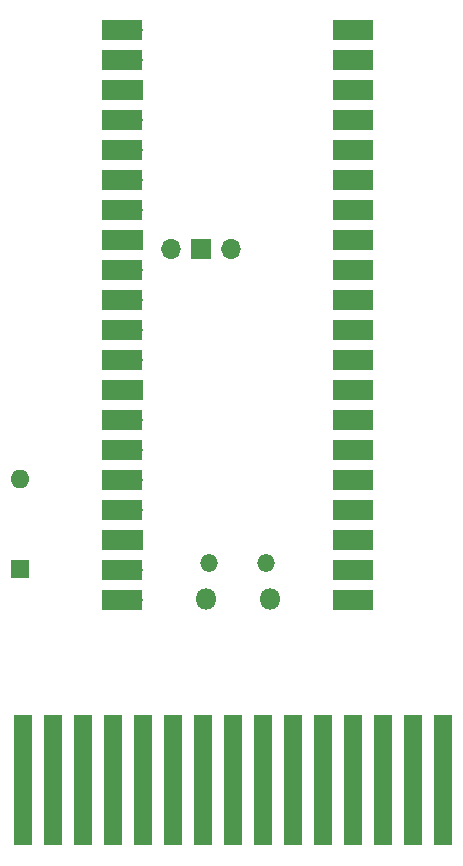
<source format=gbr>
%TF.GenerationSoftware,KiCad,Pcbnew,8.0.6*%
%TF.CreationDate,2025-03-18T08:59:09+02:00*%
%TF.ProjectId,SVI-328-PicoROM,5356492d-3332-4382-9d50-69636f524f4d,1.0*%
%TF.SameCoordinates,Original*%
%TF.FileFunction,Soldermask,Top*%
%TF.FilePolarity,Negative*%
%FSLAX46Y46*%
G04 Gerber Fmt 4.6, Leading zero omitted, Abs format (unit mm)*
G04 Created by KiCad (PCBNEW 8.0.6) date 2025-03-18 08:59:09*
%MOMM*%
%LPD*%
G01*
G04 APERTURE LIST*
%ADD10R,1.500000X11.000000*%
%ADD11O,1.800000X1.800000*%
%ADD12O,1.500000X1.500000*%
%ADD13O,1.700000X1.700000*%
%ADD14R,3.500000X1.700000*%
%ADD15R,1.700000X1.700000*%
%ADD16R,1.600000X1.600000*%
%ADD17O,1.600000X1.600000*%
G04 APERTURE END LIST*
D10*
%TO.C,J1*%
X151808691Y-156000414D03*
X149268691Y-156000414D03*
X146728691Y-156000414D03*
X144188691Y-156000414D03*
X141648691Y-156000414D03*
X139108691Y-156000414D03*
X136568691Y-156000414D03*
X134028691Y-156000414D03*
X131488691Y-156000414D03*
X128948691Y-156000414D03*
X126408691Y-156000414D03*
X123868691Y-156000414D03*
X121328691Y-156000414D03*
X118788691Y-156000414D03*
X116248691Y-156000414D03*
%TD*%
D11*
%TO.C,U1*%
X137115000Y-140630000D03*
D12*
X136815000Y-137600000D03*
X131965000Y-137600000D03*
D11*
X131665000Y-140630000D03*
D13*
X143280000Y-140760000D03*
D14*
X144180000Y-140760000D03*
D13*
X143280000Y-138220000D03*
D14*
X144180000Y-138220000D03*
D15*
X143280000Y-135680000D03*
D14*
X144180000Y-135680000D03*
D13*
X143280000Y-133140000D03*
D14*
X144180000Y-133140000D03*
D13*
X143280000Y-130600000D03*
D14*
X144180000Y-130600000D03*
D13*
X143280000Y-128060000D03*
D14*
X144180000Y-128060000D03*
D13*
X143280000Y-125520000D03*
D14*
X144180000Y-125520000D03*
D15*
X143280000Y-122980000D03*
D14*
X144180000Y-122980000D03*
D13*
X143280000Y-120440000D03*
D14*
X144180000Y-120440000D03*
D13*
X143280000Y-117900000D03*
D14*
X144180000Y-117900000D03*
D13*
X143280000Y-115360000D03*
D14*
X144180000Y-115360000D03*
D13*
X143280000Y-112820000D03*
D14*
X144180000Y-112820000D03*
D15*
X143280000Y-110280000D03*
D14*
X144180000Y-110280000D03*
D13*
X143280000Y-107740000D03*
D14*
X144180000Y-107740000D03*
D13*
X143280000Y-105200000D03*
D14*
X144180000Y-105200000D03*
D13*
X143280000Y-102660000D03*
D14*
X144180000Y-102660000D03*
D13*
X143280000Y-100120000D03*
D14*
X144180000Y-100120000D03*
D15*
X143280000Y-97580000D03*
D14*
X144180000Y-97580000D03*
D13*
X143280000Y-95040000D03*
D14*
X144180000Y-95040000D03*
D13*
X143280000Y-92500000D03*
D14*
X144180000Y-92500000D03*
D13*
X125500000Y-92500000D03*
D14*
X124600000Y-92500000D03*
D13*
X125500000Y-95040000D03*
D14*
X124600000Y-95040000D03*
D15*
X125500000Y-97580000D03*
D14*
X124600000Y-97580000D03*
D13*
X125500000Y-100120000D03*
D14*
X124600000Y-100120000D03*
D13*
X125500000Y-102660000D03*
D14*
X124600000Y-102660000D03*
D13*
X125500000Y-105200000D03*
D14*
X124600000Y-105200000D03*
D13*
X125500000Y-107740000D03*
D14*
X124600000Y-107740000D03*
D15*
X125500000Y-110280000D03*
D14*
X124600000Y-110280000D03*
D13*
X125500000Y-112820000D03*
D14*
X124600000Y-112820000D03*
D13*
X125500000Y-115360000D03*
D14*
X124600000Y-115360000D03*
D13*
X125500000Y-117900000D03*
D14*
X124600000Y-117900000D03*
D13*
X125500000Y-120440000D03*
D14*
X124600000Y-120440000D03*
D15*
X125500000Y-122980000D03*
D14*
X124600000Y-122980000D03*
D13*
X125500000Y-125520000D03*
D14*
X124600000Y-125520000D03*
D13*
X125500000Y-128060000D03*
D14*
X124600000Y-128060000D03*
D13*
X125500000Y-130600000D03*
D14*
X124600000Y-130600000D03*
D13*
X125500000Y-133140000D03*
D14*
X124600000Y-133140000D03*
D15*
X125500000Y-135680000D03*
D14*
X124600000Y-135680000D03*
D13*
X125500000Y-138220000D03*
D14*
X124600000Y-138220000D03*
D13*
X125500000Y-140760000D03*
D14*
X124600000Y-140760000D03*
D13*
X133805900Y-111030000D03*
D15*
X131265900Y-111030000D03*
D13*
X128725900Y-111030000D03*
%TD*%
D16*
%TO.C,D1*%
X116000000Y-138120000D03*
D17*
X116000000Y-130500000D03*
%TD*%
M02*

</source>
